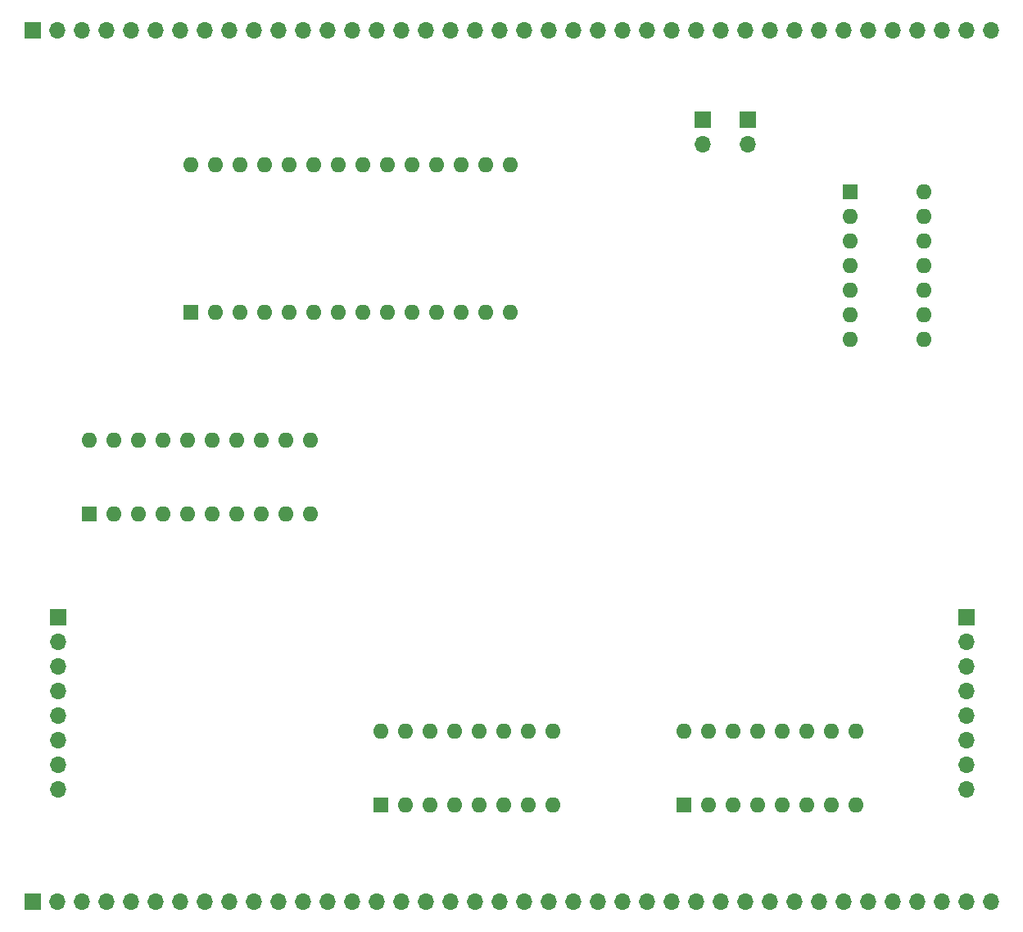
<source format=gbs>
G04 #@! TF.GenerationSoftware,KiCad,Pcbnew,(5.1.9)-1*
G04 #@! TF.CreationDate,2021-10-24T10:03:22-04:00*
G04 #@! TF.ProjectId,ram-mar,72616d2d-6d61-4722-9e6b-696361645f70,1.0*
G04 #@! TF.SameCoordinates,Original*
G04 #@! TF.FileFunction,Soldermask,Bot*
G04 #@! TF.FilePolarity,Negative*
%FSLAX46Y46*%
G04 Gerber Fmt 4.6, Leading zero omitted, Abs format (unit mm)*
G04 Created by KiCad (PCBNEW (5.1.9)-1) date 2021-10-24 10:03:22*
%MOMM*%
%LPD*%
G01*
G04 APERTURE LIST*
%ADD10O,1.600000X1.600000*%
%ADD11R,1.600000X1.600000*%
%ADD12O,1.700000X1.700000*%
%ADD13R,1.700000X1.700000*%
G04 APERTURE END LIST*
D10*
X102800000Y-59860000D03*
X135820000Y-75100000D03*
X105340000Y-59860000D03*
X133280000Y-75100000D03*
X107880000Y-59860000D03*
X130740000Y-75100000D03*
X110420000Y-59860000D03*
X128200000Y-75100000D03*
X112960000Y-59860000D03*
X125660000Y-75100000D03*
X115500000Y-59860000D03*
X123120000Y-75100000D03*
X118040000Y-59860000D03*
X120580000Y-75100000D03*
X120580000Y-59860000D03*
X118040000Y-75100000D03*
X123120000Y-59860000D03*
X115500000Y-75100000D03*
X125660000Y-59860000D03*
X112960000Y-75100000D03*
X128200000Y-59860000D03*
X110420000Y-75100000D03*
X130740000Y-59860000D03*
X107880000Y-75100000D03*
X133280000Y-59860000D03*
X105340000Y-75100000D03*
X135820000Y-59860000D03*
D11*
X102800000Y-75100000D03*
D12*
X182900000Y-124380000D03*
X182900000Y-121840000D03*
X182900000Y-119300000D03*
X182900000Y-116760000D03*
X182900000Y-114220000D03*
X182900000Y-111680000D03*
X182900000Y-109140000D03*
D13*
X182900000Y-106600000D03*
D10*
X178520000Y-62700000D03*
X170900000Y-77940000D03*
X178520000Y-65240000D03*
X170900000Y-75400000D03*
X178520000Y-67780000D03*
X170900000Y-72860000D03*
X178520000Y-70320000D03*
X170900000Y-70320000D03*
X178520000Y-72860000D03*
X170900000Y-67780000D03*
X178520000Y-75400000D03*
X170900000Y-65240000D03*
X178520000Y-77940000D03*
D11*
X170900000Y-62700000D03*
D10*
X122400000Y-118380000D03*
X140180000Y-126000000D03*
X124940000Y-118380000D03*
X137640000Y-126000000D03*
X127480000Y-118380000D03*
X135100000Y-126000000D03*
X130020000Y-118380000D03*
X132560000Y-126000000D03*
X132560000Y-118380000D03*
X130020000Y-126000000D03*
X135100000Y-118380000D03*
X127480000Y-126000000D03*
X137640000Y-118380000D03*
X124940000Y-126000000D03*
X140180000Y-118380000D03*
D11*
X122400000Y-126000000D03*
D10*
X153700000Y-118380000D03*
X171480000Y-126000000D03*
X156240000Y-118380000D03*
X168940000Y-126000000D03*
X158780000Y-118380000D03*
X166400000Y-126000000D03*
X161320000Y-118380000D03*
X163860000Y-126000000D03*
X163860000Y-118380000D03*
X161320000Y-126000000D03*
X166400000Y-118380000D03*
X158780000Y-126000000D03*
X168940000Y-118380000D03*
X156240000Y-126000000D03*
X171480000Y-118380000D03*
D11*
X153700000Y-126000000D03*
D12*
X160350000Y-57740000D03*
D13*
X160350000Y-55200000D03*
D12*
X155700000Y-57740000D03*
D13*
X155700000Y-55200000D03*
D10*
X92300000Y-88380000D03*
X115160000Y-96000000D03*
X94840000Y-88380000D03*
X112620000Y-96000000D03*
X97380000Y-88380000D03*
X110080000Y-96000000D03*
X99920000Y-88380000D03*
X107540000Y-96000000D03*
X102460000Y-88380000D03*
X105000000Y-96000000D03*
X105000000Y-88380000D03*
X102460000Y-96000000D03*
X107540000Y-88380000D03*
X99920000Y-96000000D03*
X110080000Y-88380000D03*
X97380000Y-96000000D03*
X112620000Y-88380000D03*
X94840000Y-96000000D03*
X115160000Y-88380000D03*
D11*
X92300000Y-96000000D03*
D12*
X89000000Y-124380000D03*
X89000000Y-121840000D03*
X89000000Y-119300000D03*
X89000000Y-116760000D03*
X89000000Y-114220000D03*
X89000000Y-111680000D03*
X89000000Y-109140000D03*
D13*
X89000000Y-106600000D03*
D12*
X185460000Y-136000000D03*
X182920000Y-136000000D03*
X180380000Y-136000000D03*
X177840000Y-136000000D03*
X175300000Y-136000000D03*
X172760000Y-136000000D03*
X170220000Y-136000000D03*
X167680000Y-136000000D03*
X165140000Y-136000000D03*
X162600000Y-136000000D03*
X160060000Y-136000000D03*
X157520000Y-136000000D03*
X154980000Y-136000000D03*
X152440000Y-136000000D03*
X149900000Y-136000000D03*
X147360000Y-136000000D03*
X144820000Y-136000000D03*
X142280000Y-136000000D03*
X139740000Y-136000000D03*
X137200000Y-136000000D03*
X134660000Y-136000000D03*
X132120000Y-136000000D03*
X129580000Y-136000000D03*
X127040000Y-136000000D03*
X124500000Y-136000000D03*
X121960000Y-136000000D03*
X119420000Y-136000000D03*
X116880000Y-136000000D03*
X114340000Y-136000000D03*
X111800000Y-136000000D03*
X109260000Y-136000000D03*
X106720000Y-136000000D03*
X104180000Y-136000000D03*
X101640000Y-136000000D03*
X99100000Y-136000000D03*
X96560000Y-136000000D03*
X94020000Y-136000000D03*
X91480000Y-136000000D03*
X88940000Y-136000000D03*
D13*
X86400000Y-136000000D03*
D12*
X185460000Y-46000000D03*
X182920000Y-46000000D03*
X180380000Y-46000000D03*
X177840000Y-46000000D03*
X175300000Y-46000000D03*
X172760000Y-46000000D03*
X170220000Y-46000000D03*
X167680000Y-46000000D03*
X165140000Y-46000000D03*
X162600000Y-46000000D03*
X160060000Y-46000000D03*
X157520000Y-46000000D03*
X154980000Y-46000000D03*
X152440000Y-46000000D03*
X149900000Y-46000000D03*
X147360000Y-46000000D03*
X144820000Y-46000000D03*
X142280000Y-46000000D03*
X139740000Y-46000000D03*
X137200000Y-46000000D03*
X134660000Y-46000000D03*
X132120000Y-46000000D03*
X129580000Y-46000000D03*
X127040000Y-46000000D03*
X124500000Y-46000000D03*
X121960000Y-46000000D03*
X119420000Y-46000000D03*
X116880000Y-46000000D03*
X114340000Y-46000000D03*
X111800000Y-46000000D03*
X109260000Y-46000000D03*
X106720000Y-46000000D03*
X104180000Y-46000000D03*
X101640000Y-46000000D03*
X99100000Y-46000000D03*
X96560000Y-46000000D03*
X94020000Y-46000000D03*
X91480000Y-46000000D03*
X88940000Y-46000000D03*
D13*
X86400000Y-46000000D03*
M02*

</source>
